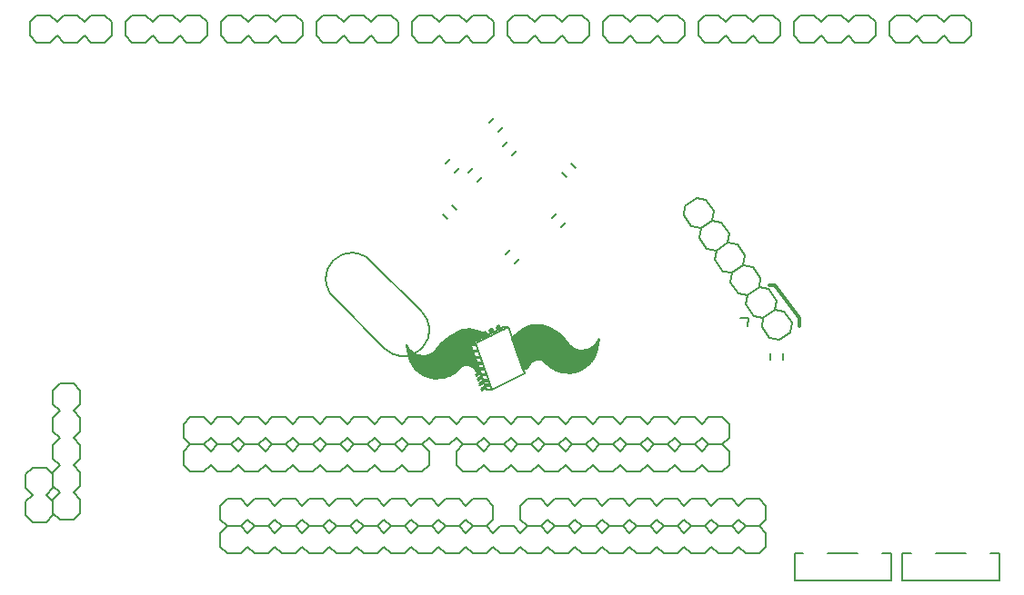
<source format=gbo>
G75*
G70*
%OFA0B0*%
%FSLAX24Y24*%
%IPPOS*%
%LPD*%
%AMOC8*
5,1,8,0,0,1.08239X$1,22.5*
%
%ADD10C,0.0060*%
%ADD11C,0.0120*%
%ADD12C,0.0050*%
%ADD13C,0.0080*%
D10*
X035675Y019580D02*
X035842Y019747D01*
X035508Y020081D02*
X035341Y019914D01*
X037380Y020917D02*
X037547Y021084D01*
X037213Y021418D02*
X037046Y021251D01*
X034470Y022736D02*
X034303Y022569D01*
X033969Y022903D02*
X034136Y023070D01*
X033640Y023073D02*
X033473Y022906D01*
X033139Y023240D02*
X033306Y023407D01*
X035240Y023874D02*
X035407Y024041D01*
X035741Y023707D02*
X035574Y023540D01*
X037402Y022914D02*
X037569Y022747D01*
X037903Y023081D02*
X037736Y023248D01*
X035252Y024592D02*
X035085Y024425D01*
X034751Y024759D02*
X034918Y024926D01*
X033389Y021727D02*
X033556Y021560D01*
X033222Y021226D02*
X033055Y021393D01*
X043925Y017590D02*
X044226Y017564D01*
X044199Y017263D01*
X045040Y016294D02*
X045040Y016058D01*
X045512Y016058D02*
X045512Y016294D01*
D11*
X046091Y017290D02*
X046091Y017590D01*
X045191Y018790D01*
X044991Y018790D01*
D12*
X038763Y016800D02*
X038703Y016460D01*
X038663Y016303D01*
X038600Y016152D01*
X038515Y016014D01*
X038411Y015889D01*
X038289Y015781D01*
X038152Y015692D01*
X038004Y015624D01*
X037848Y015580D01*
X037686Y015559D01*
X037524Y015562D01*
X037363Y015589D01*
X037209Y015640D01*
X037063Y015714D01*
X036931Y015808D01*
X036813Y015920D01*
X036759Y015969D01*
X036697Y016007D01*
X036629Y016032D01*
X036557Y016043D01*
X036484Y016039D01*
X036413Y016021D01*
X036348Y015990D01*
X036289Y015947D01*
X036240Y015893D01*
X036203Y015830D01*
X036179Y015789D01*
X036147Y015752D01*
X036109Y015722D01*
X036067Y015700D01*
X036021Y015686D01*
X035973Y015680D01*
X035583Y016810D01*
X035653Y016900D01*
X035761Y017020D01*
X035886Y017122D01*
X036025Y017205D01*
X036175Y017266D01*
X036332Y017305D01*
X036492Y017319D01*
X036654Y017310D01*
X036812Y017277D01*
X036963Y017220D01*
X037152Y017117D01*
X037326Y016990D01*
X037480Y016840D01*
X037613Y016670D01*
X037682Y016585D01*
X037764Y016513D01*
X037856Y016456D01*
X037957Y016414D01*
X038064Y016390D01*
X038173Y016384D01*
X038281Y016396D01*
X038386Y016427D01*
X038485Y016474D01*
X038574Y016537D01*
X038651Y016614D01*
X038715Y016702D01*
X038763Y016800D01*
X038757Y016768D02*
X038747Y016768D01*
X038749Y016719D02*
X038723Y016719D01*
X038740Y016671D02*
X038692Y016671D01*
X038657Y016622D02*
X038732Y016622D01*
X038723Y016574D02*
X038611Y016574D01*
X038557Y016525D02*
X038715Y016525D01*
X038706Y016476D02*
X038488Y016476D01*
X038389Y016428D02*
X038695Y016428D01*
X038682Y016379D02*
X035732Y016379D01*
X035749Y016331D02*
X038670Y016331D01*
X038654Y016282D02*
X035765Y016282D01*
X035782Y016234D02*
X038634Y016234D01*
X038614Y016185D02*
X035799Y016185D01*
X035816Y016137D02*
X038590Y016137D01*
X038561Y016088D02*
X035832Y016088D01*
X035849Y016040D02*
X036494Y016040D01*
X036577Y016040D02*
X038531Y016040D01*
X038496Y015991D02*
X036724Y015991D01*
X036789Y015942D02*
X038456Y015942D01*
X038415Y015894D02*
X036841Y015894D01*
X036891Y015845D02*
X038362Y015845D01*
X038307Y015797D02*
X036946Y015797D01*
X037014Y015748D02*
X038239Y015748D01*
X038164Y015700D02*
X037091Y015700D01*
X037187Y015651D02*
X038063Y015651D01*
X037928Y015603D02*
X037323Y015603D01*
X036349Y015991D02*
X035866Y015991D01*
X035883Y015942D02*
X036285Y015942D01*
X036241Y015894D02*
X035899Y015894D01*
X035916Y015845D02*
X036212Y015845D01*
X036183Y015797D02*
X035933Y015797D01*
X035950Y015748D02*
X036142Y015748D01*
X036066Y015700D02*
X035966Y015700D01*
X036033Y015530D02*
X034833Y014930D01*
X034633Y014930D01*
X034033Y016630D01*
X035153Y017190D01*
X035143Y017190D01*
X035043Y017140D01*
X034993Y017250D01*
X035103Y017310D01*
X035153Y017190D01*
X035233Y017230D01*
X035433Y017230D01*
X036033Y015530D01*
X034773Y015080D02*
X034593Y015080D01*
X034588Y015069D02*
X034553Y015069D01*
X034583Y015090D02*
X034443Y014990D01*
X034463Y014920D01*
X034603Y015010D01*
X034583Y015090D01*
X034563Y015130D02*
X034763Y015130D01*
X034703Y015260D02*
X034543Y015260D01*
X034515Y015263D02*
X034503Y015263D01*
X034513Y015270D02*
X034373Y015170D01*
X034393Y015100D01*
X034533Y015190D01*
X034513Y015270D01*
X034503Y015310D02*
X034703Y015310D01*
X034643Y015480D02*
X034443Y015480D01*
X034453Y015450D02*
X034313Y015350D01*
X034333Y015280D01*
X034473Y015370D01*
X034453Y015450D01*
X034464Y015408D02*
X034395Y015408D01*
X034457Y015360D02*
X034327Y015360D01*
X034324Y015311D02*
X034381Y015311D01*
X034435Y015214D02*
X034527Y015214D01*
X034495Y015166D02*
X034374Y015166D01*
X034388Y015117D02*
X034419Y015117D01*
X034485Y015020D02*
X034601Y015020D01*
X034543Y014972D02*
X034448Y014972D01*
X034462Y014923D02*
X034467Y014923D01*
X034833Y014930D02*
X034233Y016630D01*
X034033Y016630D01*
X034007Y016622D02*
X032972Y016622D01*
X032986Y016640D02*
X032853Y016470D01*
X032784Y016385D01*
X032703Y016313D01*
X032610Y016256D01*
X032509Y016214D01*
X032402Y016190D01*
X032293Y016184D01*
X032185Y016196D01*
X032080Y016227D01*
X031981Y016274D01*
X031892Y016337D01*
X031815Y016414D01*
X031751Y016502D01*
X031703Y016600D01*
X031763Y016260D01*
X031803Y016103D01*
X031866Y015952D01*
X031951Y015814D01*
X032055Y015689D01*
X032177Y015581D01*
X032314Y015492D01*
X032462Y015424D01*
X032618Y015380D01*
X032780Y015359D01*
X032942Y015362D01*
X033103Y015389D01*
X033257Y015440D01*
X033403Y015514D01*
X033536Y015608D01*
X033653Y015720D01*
X033707Y015769D01*
X033769Y015807D01*
X033838Y015832D01*
X033910Y015843D01*
X033982Y015839D01*
X034053Y015821D01*
X034119Y015790D01*
X034177Y015747D01*
X034226Y015693D01*
X034263Y015630D01*
X034283Y015609D01*
X034308Y015593D01*
X034335Y015582D01*
X034364Y015578D01*
X034393Y015580D01*
X033983Y016610D01*
X034613Y016920D01*
X034510Y017005D01*
X034395Y017073D01*
X034271Y017123D01*
X034142Y017155D01*
X034009Y017167D01*
X033876Y017159D01*
X033745Y017132D01*
X033620Y017085D01*
X033503Y017020D01*
X033314Y016917D01*
X033140Y016790D01*
X032986Y016640D01*
X033018Y016671D02*
X034106Y016671D01*
X034073Y016570D02*
X034243Y016570D01*
X034233Y016630D02*
X034633Y016830D01*
X034483Y016830D01*
X034500Y016865D02*
X033243Y016865D01*
X033309Y016913D02*
X034599Y016913D01*
X034579Y016913D02*
X034547Y016913D01*
X034553Y016900D02*
X034503Y017010D01*
X034613Y017070D01*
X034663Y016950D01*
X034653Y016950D01*
X034553Y016900D01*
X034562Y016962D02*
X033396Y016962D01*
X033485Y017010D02*
X034500Y017010D01*
X034503Y017010D02*
X034638Y017010D01*
X034658Y016962D02*
X034525Y016962D01*
X034592Y017059D02*
X034618Y017059D01*
X034643Y016920D02*
X034823Y016920D01*
X034793Y017020D02*
X034743Y017130D01*
X034853Y017190D01*
X034903Y017070D01*
X034893Y017070D01*
X034793Y017020D01*
X034776Y017059D02*
X034870Y017059D01*
X034863Y017040D02*
X035033Y017040D01*
X035036Y017156D02*
X035075Y017156D01*
X035083Y017150D02*
X035283Y017150D01*
X035147Y017205D02*
X035014Y017205D01*
X034998Y017253D02*
X035127Y017253D01*
X035107Y017302D02*
X035087Y017302D01*
X034867Y017156D02*
X034790Y017156D01*
X034753Y017107D02*
X034888Y017107D01*
X034633Y016830D02*
X035433Y017230D01*
X035709Y016962D02*
X037354Y016962D01*
X037404Y016913D02*
X035665Y016913D01*
X035643Y016890D02*
X035573Y016810D01*
X035588Y016816D02*
X037499Y016816D01*
X037537Y016768D02*
X035598Y016768D01*
X035615Y016719D02*
X037575Y016719D01*
X037613Y016671D02*
X035631Y016671D01*
X035648Y016622D02*
X037652Y016622D01*
X037695Y016574D02*
X035665Y016574D01*
X035682Y016525D02*
X037750Y016525D01*
X037823Y016476D02*
X035698Y016476D01*
X035715Y016428D02*
X037924Y016428D01*
X037454Y016865D02*
X035625Y016865D01*
X035753Y017010D02*
X037297Y017010D01*
X037231Y017059D02*
X035809Y017059D01*
X035868Y017107D02*
X037166Y017107D01*
X037081Y017156D02*
X035943Y017156D01*
X036024Y017205D02*
X036992Y017205D01*
X036875Y017253D02*
X036143Y017253D01*
X036320Y017302D02*
X036692Y017302D01*
X034419Y017059D02*
X033573Y017059D01*
X033680Y017107D02*
X034311Y017107D01*
X034130Y017156D02*
X033861Y017156D01*
X034204Y016719D02*
X033068Y016719D01*
X033118Y016768D02*
X034303Y016768D01*
X034273Y016740D02*
X034433Y016740D01*
X034402Y016816D02*
X033177Y016816D01*
X032934Y016574D02*
X033998Y016574D01*
X034017Y016525D02*
X032896Y016525D01*
X032858Y016476D02*
X034036Y016476D01*
X034056Y016428D02*
X032819Y016428D01*
X032778Y016379D02*
X034075Y016379D01*
X034094Y016331D02*
X032723Y016331D01*
X032653Y016282D02*
X034114Y016282D01*
X034133Y016234D02*
X032556Y016234D01*
X032311Y016185D02*
X034152Y016185D01*
X034172Y016137D02*
X031795Y016137D01*
X031782Y016185D02*
X032285Y016185D01*
X032065Y016234D02*
X031770Y016234D01*
X031759Y016282D02*
X031969Y016282D01*
X031901Y016331D02*
X031751Y016331D01*
X031742Y016379D02*
X031849Y016379D01*
X031804Y016428D02*
X031733Y016428D01*
X031725Y016476D02*
X031770Y016476D01*
X031740Y016525D02*
X031716Y016525D01*
X031708Y016574D02*
X031716Y016574D01*
X031809Y016088D02*
X034191Y016088D01*
X034210Y016040D02*
X031830Y016040D01*
X031850Y015991D02*
X034230Y015991D01*
X034249Y015942D02*
X031872Y015942D01*
X031902Y015894D02*
X034268Y015894D01*
X034303Y015890D02*
X034483Y015890D01*
X034463Y015940D02*
X034303Y015940D01*
X034288Y015845D02*
X031932Y015845D01*
X031965Y015797D02*
X033752Y015797D01*
X033684Y015748D02*
X032006Y015748D01*
X032046Y015700D02*
X033632Y015700D01*
X033581Y015651D02*
X032098Y015651D01*
X032152Y015603D02*
X033529Y015603D01*
X033460Y015554D02*
X032218Y015554D01*
X032293Y015506D02*
X033387Y015506D01*
X033291Y015457D02*
X032390Y015457D01*
X032518Y015408D02*
X033161Y015408D01*
X032836Y015360D02*
X032771Y015360D01*
X034105Y015797D02*
X034307Y015797D01*
X034326Y015748D02*
X034175Y015748D01*
X034220Y015700D02*
X034346Y015700D01*
X034353Y015730D02*
X034533Y015730D01*
X034563Y015680D02*
X034383Y015680D01*
X034365Y015651D02*
X034251Y015651D01*
X034293Y015603D02*
X034384Y015603D01*
X034397Y015603D02*
X034368Y015603D01*
X034393Y015620D02*
X034253Y015520D01*
X034273Y015450D01*
X034413Y015540D01*
X034393Y015620D01*
X034410Y015554D02*
X034300Y015554D01*
X034257Y015506D02*
X034359Y015506D01*
X034433Y015520D02*
X034613Y015520D01*
X034284Y015457D02*
X034271Y015457D01*
X034243Y016100D02*
X034403Y016100D01*
X034383Y016150D02*
X034223Y016150D01*
X034163Y016330D02*
X034333Y016330D01*
X034303Y016380D02*
X034143Y016380D01*
X032258Y017798D02*
X030337Y019718D01*
X030365Y019690D02*
X030321Y019732D01*
X030274Y019770D01*
X030225Y019806D01*
X030174Y019838D01*
X030121Y019867D01*
X030066Y019892D01*
X030009Y019914D01*
X029951Y019932D01*
X029892Y019947D01*
X029833Y019957D01*
X029773Y019964D01*
X029712Y019967D01*
X029652Y019966D01*
X029591Y019961D01*
X029531Y019952D01*
X029472Y019940D01*
X029414Y019924D01*
X029356Y019904D01*
X029301Y019880D01*
X029247Y019853D01*
X029194Y019822D01*
X029144Y019788D01*
X029096Y019751D01*
X029051Y019711D01*
X029008Y019668D01*
X028968Y019623D01*
X028931Y019575D01*
X028897Y019525D01*
X028866Y019472D01*
X028839Y019418D01*
X028815Y019363D01*
X028795Y019305D01*
X028779Y019247D01*
X028767Y019188D01*
X028758Y019128D01*
X028753Y019067D01*
X028752Y019007D01*
X028755Y018946D01*
X028762Y018886D01*
X028772Y018827D01*
X028787Y018768D01*
X028805Y018710D01*
X028827Y018653D01*
X028852Y018598D01*
X028881Y018545D01*
X028913Y018494D01*
X028949Y018445D01*
X028987Y018398D01*
X029029Y018354D01*
X030922Y016461D01*
X030966Y016419D01*
X031013Y016381D01*
X031062Y016345D01*
X031113Y016313D01*
X031166Y016284D01*
X031221Y016259D01*
X031278Y016237D01*
X031336Y016219D01*
X031395Y016204D01*
X031454Y016194D01*
X031514Y016187D01*
X031575Y016184D01*
X031635Y016185D01*
X031696Y016190D01*
X031756Y016199D01*
X031815Y016211D01*
X031873Y016227D01*
X031931Y016247D01*
X031986Y016271D01*
X032040Y016298D01*
X032093Y016329D01*
X032143Y016363D01*
X032191Y016400D01*
X032236Y016440D01*
X032279Y016483D01*
X032319Y016528D01*
X032356Y016576D01*
X032390Y016626D01*
X032421Y016679D01*
X032448Y016733D01*
X032472Y016788D01*
X032492Y016846D01*
X032508Y016904D01*
X032520Y016963D01*
X032529Y017023D01*
X032534Y017084D01*
X032535Y017144D01*
X032532Y017205D01*
X032525Y017265D01*
X032515Y017324D01*
X032500Y017383D01*
X032482Y017441D01*
X032460Y017498D01*
X032435Y017553D01*
X032406Y017606D01*
X032374Y017657D01*
X032338Y017706D01*
X032300Y017753D01*
X032258Y017797D01*
X045924Y008941D02*
X046239Y008941D01*
X045924Y008941D02*
X045924Y007957D01*
X049468Y007957D01*
X049468Y008941D01*
X049153Y008941D01*
X049882Y008941D02*
X050197Y008941D01*
X049882Y008941D02*
X049882Y007957D01*
X053425Y007957D01*
X053425Y008941D01*
X053110Y008941D01*
X052205Y008941D02*
X051102Y008941D01*
X048247Y008941D02*
X047145Y008941D01*
D13*
X017991Y010090D02*
X017741Y010340D01*
X017741Y010840D01*
X017991Y011090D01*
X017741Y011340D01*
X017741Y011840D01*
X017991Y012090D01*
X018491Y012090D01*
X018741Y011840D01*
X018741Y011340D01*
X018491Y011090D01*
X018741Y010840D01*
X018741Y010340D01*
X018491Y010090D01*
X017991Y010090D01*
X018749Y010424D02*
X018749Y010924D01*
X018999Y011174D01*
X018749Y011424D01*
X018749Y011924D01*
X018999Y012174D01*
X018749Y012424D01*
X018749Y012924D01*
X018999Y013174D01*
X018749Y013424D01*
X018749Y013924D01*
X018999Y014174D01*
X018749Y014424D01*
X018749Y014924D01*
X018999Y015174D01*
X019499Y015174D01*
X019749Y014924D01*
X019749Y014424D01*
X019499Y014174D01*
X019749Y013924D01*
X019749Y013424D01*
X019499Y013174D01*
X019749Y012924D01*
X019749Y012424D01*
X019499Y012174D01*
X019749Y011924D01*
X019749Y011424D01*
X019499Y011174D01*
X019749Y010924D01*
X019749Y010424D01*
X019499Y010174D01*
X018999Y010174D01*
X018749Y010424D01*
X023539Y012190D02*
X023539Y012690D01*
X023789Y012940D01*
X024289Y012940D01*
X024539Y012690D01*
X024789Y012940D01*
X025289Y012940D01*
X025539Y012690D01*
X025789Y012940D01*
X026289Y012940D01*
X026539Y012690D01*
X026789Y012940D01*
X027289Y012940D01*
X027539Y012690D01*
X027789Y012940D01*
X028289Y012940D01*
X028539Y012690D01*
X028789Y012940D01*
X029289Y012940D01*
X029539Y012690D01*
X029789Y012940D01*
X030289Y012940D01*
X030539Y012690D01*
X030789Y012940D01*
X031289Y012940D01*
X031539Y012690D01*
X031789Y012940D01*
X032289Y012940D01*
X032539Y012690D01*
X032539Y012190D01*
X032289Y011940D01*
X031789Y011940D01*
X031539Y012190D01*
X031289Y011940D01*
X030789Y011940D01*
X030539Y012190D01*
X030289Y011940D01*
X029789Y011940D01*
X029539Y012190D01*
X029289Y011940D01*
X028789Y011940D01*
X028539Y012190D01*
X028289Y011940D01*
X027789Y011940D01*
X027539Y012190D01*
X027289Y011940D01*
X026789Y011940D01*
X026539Y012190D01*
X026289Y011940D01*
X025789Y011940D01*
X025539Y012190D01*
X025289Y011940D01*
X024789Y011940D01*
X024539Y012190D01*
X024289Y011940D01*
X023789Y011940D01*
X023539Y012190D01*
X023789Y012940D02*
X023539Y013190D01*
X023539Y013690D01*
X023789Y013940D01*
X024289Y013940D01*
X024539Y013690D01*
X024789Y013940D01*
X025289Y013940D01*
X025539Y013690D01*
X025789Y013940D01*
X026289Y013940D01*
X026539Y013690D01*
X026789Y013940D01*
X027289Y013940D01*
X027539Y013690D01*
X027789Y013940D01*
X028289Y013940D01*
X028539Y013690D01*
X028789Y013940D01*
X029289Y013940D01*
X029539Y013690D01*
X029789Y013940D01*
X030289Y013940D01*
X030539Y013690D01*
X030789Y013940D01*
X031289Y013940D01*
X031539Y013690D01*
X031789Y013940D01*
X032289Y013940D01*
X032539Y013690D01*
X032789Y013940D01*
X033289Y013940D01*
X033539Y013690D01*
X033789Y013940D01*
X034289Y013940D01*
X034539Y013690D01*
X034789Y013940D01*
X035289Y013940D01*
X035539Y013690D01*
X035789Y013940D01*
X036289Y013940D01*
X036539Y013690D01*
X036789Y013940D01*
X037289Y013940D01*
X037539Y013690D01*
X037789Y013940D01*
X038289Y013940D01*
X038539Y013690D01*
X038789Y013940D01*
X039289Y013940D01*
X039539Y013690D01*
X039789Y013940D01*
X040289Y013940D01*
X040539Y013690D01*
X040789Y013940D01*
X041289Y013940D01*
X041539Y013690D01*
X041789Y013940D01*
X042289Y013940D01*
X042539Y013690D01*
X042789Y013940D01*
X043289Y013940D01*
X043539Y013690D01*
X043539Y013190D01*
X043289Y012940D01*
X043539Y012690D01*
X043539Y012190D01*
X043289Y011940D01*
X042789Y011940D01*
X042539Y012190D01*
X042289Y011940D01*
X041789Y011940D01*
X041539Y012190D01*
X041289Y011940D01*
X040789Y011940D01*
X040539Y012190D01*
X040289Y011940D01*
X039789Y011940D01*
X039539Y012190D01*
X039289Y011940D01*
X038789Y011940D01*
X038539Y012190D01*
X038289Y011940D01*
X037789Y011940D01*
X037539Y012190D01*
X037289Y011940D01*
X036789Y011940D01*
X036539Y012190D01*
X036289Y011940D01*
X035789Y011940D01*
X035539Y012190D01*
X035289Y011940D01*
X034789Y011940D01*
X034539Y012190D01*
X034289Y011940D01*
X033789Y011940D01*
X033539Y012190D01*
X033539Y012690D01*
X033789Y012940D01*
X034289Y012940D01*
X034539Y012690D01*
X034789Y012940D01*
X035289Y012940D01*
X035539Y012690D01*
X035789Y012940D01*
X036289Y012940D01*
X036539Y012690D01*
X036789Y012940D01*
X037289Y012940D01*
X037539Y012690D01*
X037789Y012940D01*
X038289Y012940D01*
X038539Y012690D01*
X038789Y012940D01*
X039289Y012940D01*
X039539Y012690D01*
X039789Y012940D01*
X040289Y012940D01*
X040539Y012690D01*
X040789Y012940D01*
X041289Y012940D01*
X041539Y012690D01*
X041789Y012940D01*
X042289Y012940D01*
X042539Y012690D01*
X042789Y012940D01*
X043289Y012940D01*
X042789Y012940D02*
X042539Y013190D01*
X042289Y012940D01*
X041789Y012940D02*
X041539Y013190D01*
X041289Y012940D01*
X040789Y012940D02*
X040539Y013190D01*
X040289Y012940D01*
X039789Y012940D02*
X039539Y013190D01*
X039289Y012940D01*
X038789Y012940D02*
X038539Y013190D01*
X038289Y012940D01*
X037789Y012940D02*
X037539Y013190D01*
X037289Y012940D01*
X036789Y012940D02*
X036539Y013190D01*
X036289Y012940D01*
X035789Y012940D02*
X035539Y013190D01*
X035289Y012940D01*
X034789Y012940D02*
X034539Y013190D01*
X034289Y012940D01*
X033789Y012940D02*
X033539Y013190D01*
X033289Y012940D01*
X032789Y012940D01*
X032539Y013190D01*
X032289Y012940D01*
X031789Y012940D02*
X031539Y013190D01*
X031289Y012940D01*
X030789Y012940D02*
X030539Y013190D01*
X030289Y012940D01*
X029789Y012940D02*
X029539Y013190D01*
X029289Y012940D01*
X028789Y012940D02*
X028539Y013190D01*
X028289Y012940D01*
X027789Y012940D02*
X027539Y013190D01*
X027289Y012940D01*
X026789Y012940D02*
X026539Y013190D01*
X026289Y012940D01*
X025789Y012940D02*
X025539Y013190D01*
X025289Y012940D01*
X024789Y012940D02*
X024539Y013190D01*
X024289Y012940D01*
X025127Y010930D02*
X025627Y010930D01*
X025877Y010680D01*
X026127Y010930D01*
X026627Y010930D01*
X026877Y010680D01*
X027127Y010930D01*
X027627Y010930D01*
X027877Y010680D01*
X028127Y010930D01*
X028627Y010930D01*
X028877Y010680D01*
X029127Y010930D01*
X029627Y010930D01*
X029877Y010680D01*
X030127Y010930D01*
X030627Y010930D01*
X030877Y010680D01*
X031127Y010930D01*
X031627Y010930D01*
X031877Y010680D01*
X032127Y010930D01*
X032627Y010930D01*
X032877Y010680D01*
X033127Y010930D01*
X033627Y010930D01*
X033877Y010680D01*
X034127Y010930D01*
X034627Y010930D01*
X034877Y010680D01*
X034877Y010180D01*
X034627Y009930D01*
X034127Y009930D01*
X033877Y010180D01*
X033627Y009930D01*
X033127Y009930D01*
X032877Y010180D01*
X032627Y009930D01*
X032127Y009930D01*
X031877Y010180D01*
X031627Y009930D01*
X031127Y009930D01*
X030877Y010180D01*
X030627Y009930D01*
X030127Y009930D01*
X029877Y010180D01*
X029627Y009930D01*
X029127Y009930D01*
X028877Y010180D01*
X028627Y009930D01*
X028127Y009930D01*
X027877Y010180D01*
X027627Y009930D01*
X027127Y009930D01*
X026877Y010180D01*
X026627Y009930D01*
X026127Y009930D01*
X025877Y010180D01*
X025627Y009930D01*
X025127Y009930D01*
X024877Y010180D01*
X024877Y010680D01*
X025127Y010930D01*
X025127Y009930D02*
X024877Y009680D01*
X024877Y009180D01*
X025127Y008930D01*
X025627Y008930D01*
X025877Y009180D01*
X026127Y008930D01*
X026627Y008930D01*
X026877Y009180D01*
X027127Y008930D01*
X027627Y008930D01*
X027877Y009180D01*
X028127Y008930D01*
X028627Y008930D01*
X028877Y009180D01*
X029127Y008930D01*
X029627Y008930D01*
X029877Y009180D01*
X030127Y008930D01*
X030627Y008930D01*
X030877Y009180D01*
X031127Y008930D01*
X031627Y008930D01*
X031877Y009180D01*
X032127Y008930D01*
X032627Y008930D01*
X032877Y009180D01*
X033127Y008930D01*
X033627Y008930D01*
X033877Y009180D01*
X034127Y008930D01*
X034627Y008930D01*
X034877Y009180D01*
X035127Y008930D01*
X035627Y008930D01*
X035877Y009180D01*
X036127Y008930D01*
X036627Y008930D01*
X036877Y009180D01*
X037127Y008930D01*
X037627Y008930D01*
X037877Y009180D01*
X038127Y008930D01*
X038627Y008930D01*
X038877Y009180D01*
X039127Y008930D01*
X039627Y008930D01*
X039877Y009180D01*
X040127Y008930D01*
X040627Y008930D01*
X040877Y009180D01*
X041127Y008930D01*
X041627Y008930D01*
X041877Y009180D01*
X042127Y008930D01*
X042627Y008930D01*
X042877Y009180D01*
X043127Y008930D01*
X043627Y008930D01*
X043877Y009180D01*
X044127Y008930D01*
X044627Y008930D01*
X044877Y009180D01*
X044877Y009680D01*
X044627Y009930D01*
X044877Y010180D01*
X044877Y010680D01*
X044627Y010930D01*
X044127Y010930D01*
X043877Y010680D01*
X043627Y010930D01*
X043127Y010930D01*
X042877Y010680D01*
X042627Y010930D01*
X042127Y010930D01*
X041877Y010680D01*
X041627Y010930D01*
X041127Y010930D01*
X040877Y010680D01*
X040627Y010930D01*
X040127Y010930D01*
X039877Y010680D01*
X039627Y010930D01*
X039127Y010930D01*
X038877Y010680D01*
X038627Y010930D01*
X038127Y010930D01*
X037877Y010680D01*
X037627Y010930D01*
X037127Y010930D01*
X036877Y010680D01*
X036627Y010930D01*
X036127Y010930D01*
X035877Y010680D01*
X035877Y010180D01*
X036127Y009930D01*
X036627Y009930D01*
X036877Y010180D01*
X037127Y009930D01*
X037627Y009930D01*
X037877Y010180D01*
X038127Y009930D01*
X038627Y009930D01*
X038877Y010180D01*
X039127Y009930D01*
X039627Y009930D01*
X039877Y010180D01*
X040127Y009930D01*
X040627Y009930D01*
X040877Y010180D01*
X041127Y009930D01*
X041627Y009930D01*
X041877Y010180D01*
X042127Y009930D01*
X042627Y009930D01*
X042877Y010180D01*
X043127Y009930D01*
X043627Y009930D01*
X043877Y010180D01*
X044127Y009930D01*
X044627Y009930D01*
X044127Y009930D02*
X043877Y009680D01*
X043627Y009930D01*
X043127Y009930D02*
X042877Y009680D01*
X042627Y009930D01*
X042127Y009930D02*
X041877Y009680D01*
X041627Y009930D01*
X041127Y009930D02*
X040877Y009680D01*
X040627Y009930D01*
X040127Y009930D02*
X039877Y009680D01*
X039627Y009930D01*
X039127Y009930D02*
X038877Y009680D01*
X038627Y009930D01*
X038127Y009930D02*
X037877Y009680D01*
X037627Y009930D01*
X037127Y009930D02*
X036877Y009680D01*
X036627Y009930D01*
X036127Y009930D02*
X035877Y009680D01*
X035627Y009930D01*
X035127Y009930D01*
X034877Y009680D01*
X034627Y009930D01*
X034127Y009930D02*
X033877Y009680D01*
X033627Y009930D01*
X033127Y009930D02*
X032877Y009680D01*
X032627Y009930D01*
X032127Y009930D02*
X031877Y009680D01*
X031627Y009930D01*
X031127Y009930D02*
X030877Y009680D01*
X030627Y009930D01*
X030127Y009930D02*
X029877Y009680D01*
X029627Y009930D01*
X029127Y009930D02*
X028877Y009680D01*
X028627Y009930D01*
X028127Y009930D02*
X027877Y009680D01*
X027627Y009930D01*
X027127Y009930D02*
X026877Y009680D01*
X026627Y009930D01*
X026127Y009930D02*
X025877Y009680D01*
X025627Y009930D01*
X043007Y019702D02*
X043294Y019293D01*
X043642Y019231D01*
X044051Y019518D01*
X044113Y019866D01*
X043826Y020276D01*
X043478Y020337D01*
X043068Y020051D01*
X043007Y019702D01*
X043068Y020051D02*
X042720Y020112D01*
X042433Y020522D01*
X042495Y020870D01*
X042904Y021156D01*
X042966Y021505D01*
X042679Y021914D01*
X042331Y021976D01*
X041921Y021689D01*
X041860Y021341D01*
X042146Y020931D01*
X042495Y020870D01*
X042904Y021156D02*
X043252Y021095D01*
X043539Y020686D01*
X043478Y020337D01*
X044051Y019518D02*
X044399Y019457D01*
X044686Y019047D01*
X044625Y018699D01*
X044215Y018412D01*
X044154Y018064D01*
X044441Y017654D01*
X044789Y017593D01*
X045198Y017880D01*
X045260Y018228D01*
X044973Y018638D01*
X044625Y018699D01*
X044215Y018412D02*
X043867Y018474D01*
X043580Y018883D01*
X043642Y019231D01*
X045198Y017880D02*
X045547Y017819D01*
X045833Y017409D01*
X045772Y017061D01*
X045362Y016774D01*
X045014Y016835D01*
X044728Y017245D01*
X044789Y017593D01*
X044641Y027690D02*
X045141Y027690D01*
X045391Y027940D01*
X045391Y028440D01*
X045141Y028690D01*
X044641Y028690D01*
X044391Y028440D01*
X044141Y028690D01*
X043641Y028690D01*
X043391Y028440D01*
X043141Y028690D01*
X042641Y028690D01*
X042391Y028440D01*
X042391Y027940D01*
X042641Y027690D01*
X043141Y027690D01*
X043391Y027940D01*
X043641Y027690D01*
X044141Y027690D01*
X044391Y027940D01*
X044641Y027690D01*
X045891Y027940D02*
X045891Y028440D01*
X046141Y028690D01*
X046641Y028690D01*
X046891Y028440D01*
X047141Y028690D01*
X047641Y028690D01*
X047891Y028440D01*
X048141Y028690D01*
X048641Y028690D01*
X048891Y028440D01*
X048891Y027940D01*
X048641Y027690D01*
X048141Y027690D01*
X047891Y027940D01*
X047641Y027690D01*
X047141Y027690D01*
X046891Y027940D01*
X046641Y027690D01*
X046141Y027690D01*
X045891Y027940D01*
X049391Y027940D02*
X049391Y028440D01*
X049641Y028690D01*
X050141Y028690D01*
X050391Y028440D01*
X050641Y028690D01*
X051141Y028690D01*
X051391Y028440D01*
X051641Y028690D01*
X052141Y028690D01*
X052391Y028440D01*
X052391Y027940D01*
X052141Y027690D01*
X051641Y027690D01*
X051391Y027940D01*
X051141Y027690D01*
X050641Y027690D01*
X050391Y027940D01*
X050141Y027690D01*
X049641Y027690D01*
X049391Y027940D01*
X041891Y027940D02*
X041641Y027690D01*
X041141Y027690D01*
X040891Y027940D01*
X040641Y027690D01*
X040141Y027690D01*
X039891Y027940D01*
X039641Y027690D01*
X039141Y027690D01*
X038891Y027940D01*
X038891Y028440D01*
X039141Y028690D01*
X039641Y028690D01*
X039891Y028440D01*
X040141Y028690D01*
X040641Y028690D01*
X040891Y028440D01*
X041141Y028690D01*
X041641Y028690D01*
X041891Y028440D01*
X041891Y027940D01*
X038391Y027940D02*
X038141Y027690D01*
X037641Y027690D01*
X037391Y027940D01*
X037141Y027690D01*
X036641Y027690D01*
X036391Y027940D01*
X036141Y027690D01*
X035641Y027690D01*
X035391Y027940D01*
X035391Y028440D01*
X035641Y028690D01*
X036141Y028690D01*
X036391Y028440D01*
X036641Y028690D01*
X037141Y028690D01*
X037391Y028440D01*
X037641Y028690D01*
X038141Y028690D01*
X038391Y028440D01*
X038391Y027940D01*
X034891Y027940D02*
X034641Y027690D01*
X034141Y027690D01*
X033891Y027940D01*
X033641Y027690D01*
X033141Y027690D01*
X032891Y027940D01*
X032641Y027690D01*
X032141Y027690D01*
X031891Y027940D01*
X031891Y028440D01*
X032141Y028690D01*
X032641Y028690D01*
X032891Y028440D01*
X033141Y028690D01*
X033641Y028690D01*
X033891Y028440D01*
X034141Y028690D01*
X034641Y028690D01*
X034891Y028440D01*
X034891Y027940D01*
X031391Y027940D02*
X031141Y027690D01*
X030641Y027690D01*
X030391Y027940D01*
X030141Y027690D01*
X029641Y027690D01*
X029391Y027940D01*
X029141Y027690D01*
X028641Y027690D01*
X028391Y027940D01*
X028391Y028440D01*
X028641Y028690D01*
X029141Y028690D01*
X029391Y028440D01*
X029641Y028690D01*
X030141Y028690D01*
X030391Y028440D01*
X030641Y028690D01*
X031141Y028690D01*
X031391Y028440D01*
X031391Y027940D01*
X027891Y027940D02*
X027641Y027690D01*
X027141Y027690D01*
X026891Y027940D01*
X026641Y027690D01*
X026141Y027690D01*
X025891Y027940D01*
X025641Y027690D01*
X025141Y027690D01*
X024891Y027940D01*
X024891Y028440D01*
X025141Y028690D01*
X025641Y028690D01*
X025891Y028440D01*
X026141Y028690D01*
X026641Y028690D01*
X026891Y028440D01*
X027141Y028690D01*
X027641Y028690D01*
X027891Y028440D01*
X027891Y027940D01*
X024391Y027940D02*
X024141Y027690D01*
X023641Y027690D01*
X023391Y027940D01*
X023141Y027690D01*
X022641Y027690D01*
X022391Y027940D01*
X022141Y027690D01*
X021641Y027690D01*
X021391Y027940D01*
X021391Y028440D01*
X021641Y028690D01*
X022141Y028690D01*
X022391Y028440D01*
X022641Y028690D01*
X023141Y028690D01*
X023391Y028440D01*
X023641Y028690D01*
X024141Y028690D01*
X024391Y028440D01*
X024391Y027940D01*
X020891Y027940D02*
X020641Y027690D01*
X020141Y027690D01*
X019891Y027940D01*
X019641Y027690D01*
X019141Y027690D01*
X018891Y027940D01*
X018641Y027690D01*
X018141Y027690D01*
X017891Y027940D01*
X017891Y028440D01*
X018141Y028690D01*
X018641Y028690D01*
X018891Y028440D01*
X019141Y028690D01*
X019641Y028690D01*
X019891Y028440D01*
X020141Y028690D01*
X020641Y028690D01*
X020891Y028440D01*
X020891Y027940D01*
M02*

</source>
